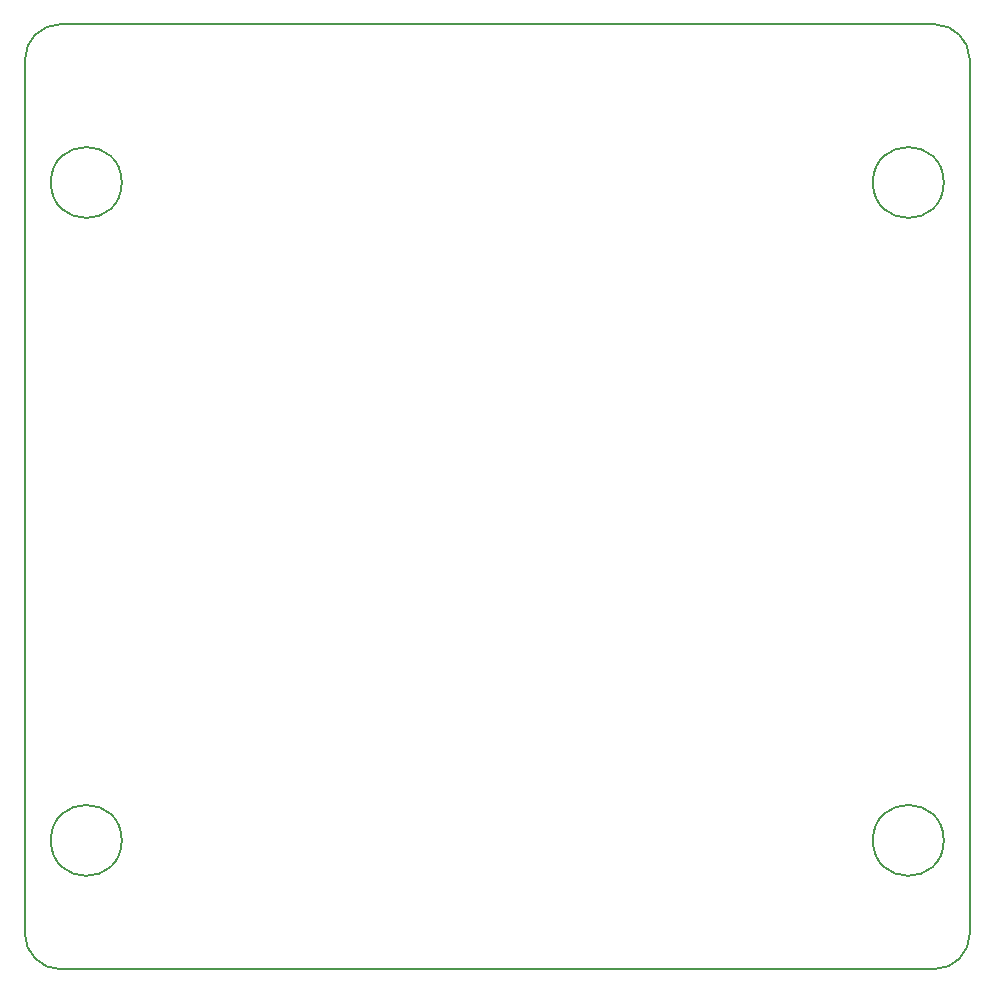
<source format=gm1>
G04 #@! TF.GenerationSoftware,KiCad,Pcbnew,8.0.4-8.0.4-0~ubuntu22.04.1*
G04 #@! TF.CreationDate,2024-07-20T20:13:40+00:00*
G04 #@! TF.ProjectId,PROLT,50524f4c-542e-46b6-9963-61645f706362,rev?*
G04 #@! TF.SameCoordinates,Original*
G04 #@! TF.FileFunction,Profile,NP*
%FSLAX46Y46*%
G04 Gerber Fmt 4.6, Leading zero omitted, Abs format (unit mm)*
G04 Created by KiCad (PCBNEW 8.0.4-8.0.4-0~ubuntu22.04.1) date 2024-07-20 20:13:40*
%MOMM*%
%LPD*%
G01*
G04 APERTURE LIST*
G04 #@! TA.AperFunction,Profile*
%ADD10C,0.200000*%
G04 #@! TD*
G04 APERTURE END LIST*
D10*
X3000000Y0D02*
X77000000Y0D01*
X8200000Y66600000D02*
G75*
G02*
X2200000Y66600000I-3000000J0D01*
G01*
X2200000Y66600000D02*
G75*
G02*
X8200000Y66600000I3000000J0D01*
G01*
X0Y77000000D02*
X0Y3000000D01*
X0Y77000000D02*
G75*
G02*
X3000000Y80000000I3000000J0D01*
G01*
X77800000Y10900000D02*
G75*
G02*
X71800000Y10900000I-3000000J0D01*
G01*
X71800000Y10900000D02*
G75*
G02*
X77800000Y10900000I3000000J0D01*
G01*
X77000000Y80000000D02*
G75*
G02*
X80000000Y77000000I0J-3000000D01*
G01*
X77000000Y80000000D02*
X3000000Y80000000D01*
X3000000Y0D02*
G75*
G02*
X0Y3000000I0J3000000D01*
G01*
X80000000Y3000000D02*
X80000000Y77000000D01*
X8200000Y10900000D02*
G75*
G02*
X2200000Y10900000I-3000000J0D01*
G01*
X2200000Y10900000D02*
G75*
G02*
X8200000Y10900000I3000000J0D01*
G01*
X80000000Y3000000D02*
G75*
G02*
X77000000Y0I-3000000J0D01*
G01*
X77800000Y66600000D02*
G75*
G02*
X71800000Y66600000I-3000000J0D01*
G01*
X71800000Y66600000D02*
G75*
G02*
X77800000Y66600000I3000000J0D01*
G01*
M02*

</source>
